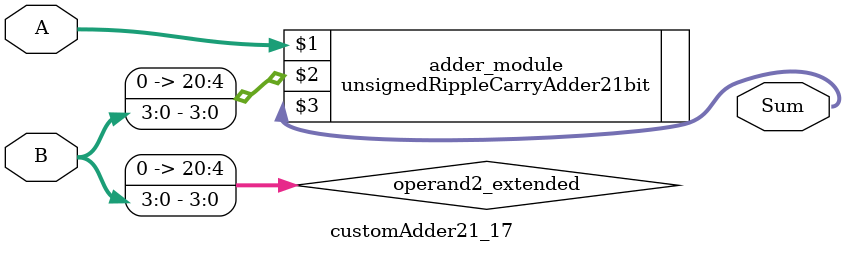
<source format=v>

module customAdder21_17(
                    input [20 : 0] A,
                    input [3 : 0] B,
                    
                    output [21 : 0] Sum
            );

    wire [20 : 0] operand2_extended;
    
    assign operand2_extended =  {17'b0, B};
    
    unsignedRippleCarryAdder21bit adder_module(
        A,
        operand2_extended,
        Sum
    );
    
endmodule
        
</source>
